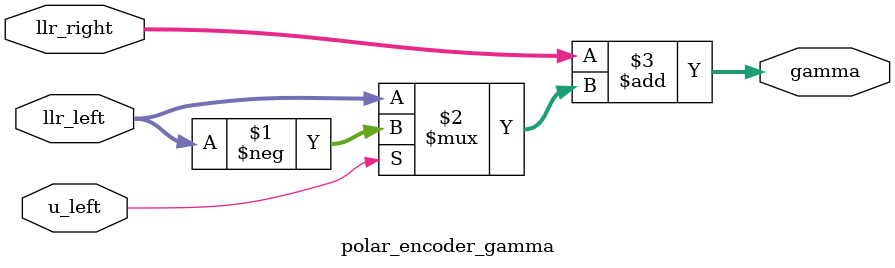
<source format=sv>
module polar_encoder_gamma #(
    parameter int WIDTH = 8
) (
    input  logic signed [WIDTH-1:0] llr_left,
    input  logic signed [WIDTH-1:0] llr_right,
    input  logic u_left,
    output logic signed [WIDTH-1:0] gamma
);
    assign gamma = llr_right + (u_left ? -llr_left : llr_left);
endmodule

</source>
